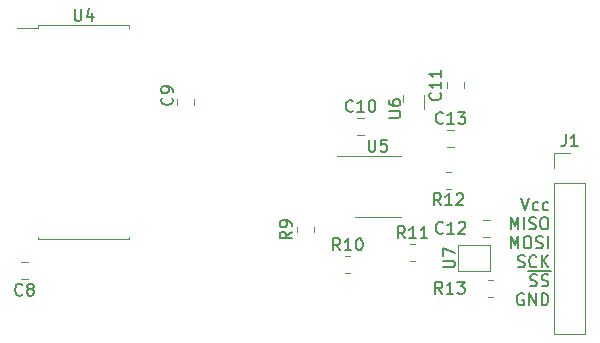
<source format=gbr>
%TF.GenerationSoftware,KiCad,Pcbnew,(6.0.1)*%
%TF.CreationDate,2022-03-15T19:27:33-04:00*%
%TF.ProjectId,Main-Board,4d61696e-2d42-46f6-9172-642e6b696361,rev?*%
%TF.SameCoordinates,Original*%
%TF.FileFunction,Legend,Top*%
%TF.FilePolarity,Positive*%
%FSLAX46Y46*%
G04 Gerber Fmt 4.6, Leading zero omitted, Abs format (unit mm)*
G04 Created by KiCad (PCBNEW (6.0.1)) date 2022-03-15 19:27:33*
%MOMM*%
%LPD*%
G01*
G04 APERTURE LIST*
%ADD10C,0.150000*%
%ADD11C,0.120000*%
%ADD12C,0.100000*%
G04 APERTURE END LIST*
D10*
X153382309Y-117347380D02*
X153715642Y-118347380D01*
X154048976Y-117347380D01*
X154810880Y-118299761D02*
X154715642Y-118347380D01*
X154525166Y-118347380D01*
X154429928Y-118299761D01*
X154382309Y-118252142D01*
X154334690Y-118156904D01*
X154334690Y-117871190D01*
X154382309Y-117775952D01*
X154429928Y-117728333D01*
X154525166Y-117680714D01*
X154715642Y-117680714D01*
X154810880Y-117728333D01*
X155668023Y-118299761D02*
X155572785Y-118347380D01*
X155382309Y-118347380D01*
X155287071Y-118299761D01*
X155239452Y-118252142D01*
X155191833Y-118156904D01*
X155191833Y-117871190D01*
X155239452Y-117775952D01*
X155287071Y-117728333D01*
X155382309Y-117680714D01*
X155572785Y-117680714D01*
X155668023Y-117728333D01*
X152477547Y-119957380D02*
X152477547Y-118957380D01*
X152810880Y-119671666D01*
X153144214Y-118957380D01*
X153144214Y-119957380D01*
X153620404Y-119957380D02*
X153620404Y-118957380D01*
X154048976Y-119909761D02*
X154191833Y-119957380D01*
X154429928Y-119957380D01*
X154525166Y-119909761D01*
X154572785Y-119862142D01*
X154620404Y-119766904D01*
X154620404Y-119671666D01*
X154572785Y-119576428D01*
X154525166Y-119528809D01*
X154429928Y-119481190D01*
X154239452Y-119433571D01*
X154144214Y-119385952D01*
X154096595Y-119338333D01*
X154048976Y-119243095D01*
X154048976Y-119147857D01*
X154096595Y-119052619D01*
X154144214Y-119005000D01*
X154239452Y-118957380D01*
X154477547Y-118957380D01*
X154620404Y-119005000D01*
X155239452Y-118957380D02*
X155429928Y-118957380D01*
X155525166Y-119005000D01*
X155620404Y-119100238D01*
X155668023Y-119290714D01*
X155668023Y-119624047D01*
X155620404Y-119814523D01*
X155525166Y-119909761D01*
X155429928Y-119957380D01*
X155239452Y-119957380D01*
X155144214Y-119909761D01*
X155048976Y-119814523D01*
X155001357Y-119624047D01*
X155001357Y-119290714D01*
X155048976Y-119100238D01*
X155144214Y-119005000D01*
X155239452Y-118957380D01*
X152477547Y-121567380D02*
X152477547Y-120567380D01*
X152810880Y-121281666D01*
X153144214Y-120567380D01*
X153144214Y-121567380D01*
X153810880Y-120567380D02*
X154001357Y-120567380D01*
X154096595Y-120615000D01*
X154191833Y-120710238D01*
X154239452Y-120900714D01*
X154239452Y-121234047D01*
X154191833Y-121424523D01*
X154096595Y-121519761D01*
X154001357Y-121567380D01*
X153810880Y-121567380D01*
X153715642Y-121519761D01*
X153620404Y-121424523D01*
X153572785Y-121234047D01*
X153572785Y-120900714D01*
X153620404Y-120710238D01*
X153715642Y-120615000D01*
X153810880Y-120567380D01*
X154620404Y-121519761D02*
X154763261Y-121567380D01*
X155001357Y-121567380D01*
X155096595Y-121519761D01*
X155144214Y-121472142D01*
X155191833Y-121376904D01*
X155191833Y-121281666D01*
X155144214Y-121186428D01*
X155096595Y-121138809D01*
X155001357Y-121091190D01*
X154810880Y-121043571D01*
X154715642Y-120995952D01*
X154668023Y-120948333D01*
X154620404Y-120853095D01*
X154620404Y-120757857D01*
X154668023Y-120662619D01*
X154715642Y-120615000D01*
X154810880Y-120567380D01*
X155048976Y-120567380D01*
X155191833Y-120615000D01*
X155620404Y-121567380D02*
X155620404Y-120567380D01*
X153096595Y-123129761D02*
X153239452Y-123177380D01*
X153477547Y-123177380D01*
X153572785Y-123129761D01*
X153620404Y-123082142D01*
X153668023Y-122986904D01*
X153668023Y-122891666D01*
X153620404Y-122796428D01*
X153572785Y-122748809D01*
X153477547Y-122701190D01*
X153287071Y-122653571D01*
X153191833Y-122605952D01*
X153144214Y-122558333D01*
X153096595Y-122463095D01*
X153096595Y-122367857D01*
X153144214Y-122272619D01*
X153191833Y-122225000D01*
X153287071Y-122177380D01*
X153525166Y-122177380D01*
X153668023Y-122225000D01*
X154668023Y-123082142D02*
X154620404Y-123129761D01*
X154477547Y-123177380D01*
X154382309Y-123177380D01*
X154239452Y-123129761D01*
X154144214Y-123034523D01*
X154096595Y-122939285D01*
X154048976Y-122748809D01*
X154048976Y-122605952D01*
X154096595Y-122415476D01*
X154144214Y-122320238D01*
X154239452Y-122225000D01*
X154382309Y-122177380D01*
X154477547Y-122177380D01*
X154620404Y-122225000D01*
X154668023Y-122272619D01*
X155096595Y-123177380D02*
X155096595Y-122177380D01*
X155668023Y-123177380D02*
X155239452Y-122605952D01*
X155668023Y-122177380D02*
X155096595Y-122748809D01*
X153953738Y-123505000D02*
X154906119Y-123505000D01*
X154144214Y-124739761D02*
X154287071Y-124787380D01*
X154525166Y-124787380D01*
X154620404Y-124739761D01*
X154668023Y-124692142D01*
X154715642Y-124596904D01*
X154715642Y-124501666D01*
X154668023Y-124406428D01*
X154620404Y-124358809D01*
X154525166Y-124311190D01*
X154334690Y-124263571D01*
X154239452Y-124215952D01*
X154191833Y-124168333D01*
X154144214Y-124073095D01*
X154144214Y-123977857D01*
X154191833Y-123882619D01*
X154239452Y-123835000D01*
X154334690Y-123787380D01*
X154572785Y-123787380D01*
X154715642Y-123835000D01*
X154906119Y-123505000D02*
X155858500Y-123505000D01*
X155096595Y-124739761D02*
X155239452Y-124787380D01*
X155477547Y-124787380D01*
X155572785Y-124739761D01*
X155620404Y-124692142D01*
X155668023Y-124596904D01*
X155668023Y-124501666D01*
X155620404Y-124406428D01*
X155572785Y-124358809D01*
X155477547Y-124311190D01*
X155287071Y-124263571D01*
X155191833Y-124215952D01*
X155144214Y-124168333D01*
X155096595Y-124073095D01*
X155096595Y-123977857D01*
X155144214Y-123882619D01*
X155191833Y-123835000D01*
X155287071Y-123787380D01*
X155525166Y-123787380D01*
X155668023Y-123835000D01*
X153572785Y-125445000D02*
X153477547Y-125397380D01*
X153334690Y-125397380D01*
X153191833Y-125445000D01*
X153096595Y-125540238D01*
X153048976Y-125635476D01*
X153001357Y-125825952D01*
X153001357Y-125968809D01*
X153048976Y-126159285D01*
X153096595Y-126254523D01*
X153191833Y-126349761D01*
X153334690Y-126397380D01*
X153429928Y-126397380D01*
X153572785Y-126349761D01*
X153620404Y-126302142D01*
X153620404Y-125968809D01*
X153429928Y-125968809D01*
X154048976Y-126397380D02*
X154048976Y-125397380D01*
X154620404Y-126397380D01*
X154620404Y-125397380D01*
X155096595Y-126397380D02*
X155096595Y-125397380D01*
X155334690Y-125397380D01*
X155477547Y-125445000D01*
X155572785Y-125540238D01*
X155620404Y-125635476D01*
X155668023Y-125825952D01*
X155668023Y-125968809D01*
X155620404Y-126159285D01*
X155572785Y-126254523D01*
X155477547Y-126349761D01*
X155334690Y-126397380D01*
X155096595Y-126397380D01*
%TO.C,R12*%
X146573642Y-117926380D02*
X146240309Y-117450190D01*
X146002214Y-117926380D02*
X146002214Y-116926380D01*
X146383166Y-116926380D01*
X146478404Y-116974000D01*
X146526023Y-117021619D01*
X146573642Y-117116857D01*
X146573642Y-117259714D01*
X146526023Y-117354952D01*
X146478404Y-117402571D01*
X146383166Y-117450190D01*
X146002214Y-117450190D01*
X147526023Y-117926380D02*
X146954595Y-117926380D01*
X147240309Y-117926380D02*
X147240309Y-116926380D01*
X147145071Y-117069238D01*
X147049833Y-117164476D01*
X146954595Y-117212095D01*
X147906976Y-117021619D02*
X147954595Y-116974000D01*
X148049833Y-116926380D01*
X148287928Y-116926380D01*
X148383166Y-116974000D01*
X148430785Y-117021619D01*
X148478404Y-117116857D01*
X148478404Y-117212095D01*
X148430785Y-117354952D01*
X147859357Y-117926380D01*
X148478404Y-117926380D01*
%TO.C,U5*%
X140462095Y-112384380D02*
X140462095Y-113193904D01*
X140509714Y-113289142D01*
X140557333Y-113336761D01*
X140652571Y-113384380D01*
X140843047Y-113384380D01*
X140938285Y-113336761D01*
X140985904Y-113289142D01*
X141033523Y-113193904D01*
X141033523Y-112384380D01*
X141985904Y-112384380D02*
X141509714Y-112384380D01*
X141462095Y-112860571D01*
X141509714Y-112812952D01*
X141604952Y-112765333D01*
X141843047Y-112765333D01*
X141938285Y-112812952D01*
X141985904Y-112860571D01*
X142033523Y-112955809D01*
X142033523Y-113193904D01*
X141985904Y-113289142D01*
X141938285Y-113336761D01*
X141843047Y-113384380D01*
X141604952Y-113384380D01*
X141509714Y-113336761D01*
X141462095Y-113289142D01*
%TO.C,C8*%
X111151333Y-125481142D02*
X111103714Y-125528761D01*
X110960857Y-125576380D01*
X110865619Y-125576380D01*
X110722761Y-125528761D01*
X110627523Y-125433523D01*
X110579904Y-125338285D01*
X110532285Y-125147809D01*
X110532285Y-125004952D01*
X110579904Y-124814476D01*
X110627523Y-124719238D01*
X110722761Y-124624000D01*
X110865619Y-124576380D01*
X110960857Y-124576380D01*
X111103714Y-124624000D01*
X111151333Y-124671619D01*
X111722761Y-125004952D02*
X111627523Y-124957333D01*
X111579904Y-124909714D01*
X111532285Y-124814476D01*
X111532285Y-124766857D01*
X111579904Y-124671619D01*
X111627523Y-124624000D01*
X111722761Y-124576380D01*
X111913238Y-124576380D01*
X112008476Y-124624000D01*
X112056095Y-124671619D01*
X112103714Y-124766857D01*
X112103714Y-124814476D01*
X112056095Y-124909714D01*
X112008476Y-124957333D01*
X111913238Y-125004952D01*
X111722761Y-125004952D01*
X111627523Y-125052571D01*
X111579904Y-125100190D01*
X111532285Y-125195428D01*
X111532285Y-125385904D01*
X111579904Y-125481142D01*
X111627523Y-125528761D01*
X111722761Y-125576380D01*
X111913238Y-125576380D01*
X112008476Y-125528761D01*
X112056095Y-125481142D01*
X112103714Y-125385904D01*
X112103714Y-125195428D01*
X112056095Y-125100190D01*
X112008476Y-125052571D01*
X111913238Y-125004952D01*
%TO.C,R11*%
X143525642Y-120722380D02*
X143192309Y-120246190D01*
X142954214Y-120722380D02*
X142954214Y-119722380D01*
X143335166Y-119722380D01*
X143430404Y-119770000D01*
X143478023Y-119817619D01*
X143525642Y-119912857D01*
X143525642Y-120055714D01*
X143478023Y-120150952D01*
X143430404Y-120198571D01*
X143335166Y-120246190D01*
X142954214Y-120246190D01*
X144478023Y-120722380D02*
X143906595Y-120722380D01*
X144192309Y-120722380D02*
X144192309Y-119722380D01*
X144097071Y-119865238D01*
X144001833Y-119960476D01*
X143906595Y-120008095D01*
X145430404Y-120722380D02*
X144858976Y-120722380D01*
X145144690Y-120722380D02*
X145144690Y-119722380D01*
X145049452Y-119865238D01*
X144954214Y-119960476D01*
X144858976Y-120008095D01*
%TO.C,C13*%
X146743142Y-110945142D02*
X146695523Y-110992761D01*
X146552666Y-111040380D01*
X146457428Y-111040380D01*
X146314571Y-110992761D01*
X146219333Y-110897523D01*
X146171714Y-110802285D01*
X146124095Y-110611809D01*
X146124095Y-110468952D01*
X146171714Y-110278476D01*
X146219333Y-110183238D01*
X146314571Y-110088000D01*
X146457428Y-110040380D01*
X146552666Y-110040380D01*
X146695523Y-110088000D01*
X146743142Y-110135619D01*
X147695523Y-111040380D02*
X147124095Y-111040380D01*
X147409809Y-111040380D02*
X147409809Y-110040380D01*
X147314571Y-110183238D01*
X147219333Y-110278476D01*
X147124095Y-110326095D01*
X148028857Y-110040380D02*
X148647904Y-110040380D01*
X148314571Y-110421333D01*
X148457428Y-110421333D01*
X148552666Y-110468952D01*
X148600285Y-110516571D01*
X148647904Y-110611809D01*
X148647904Y-110849904D01*
X148600285Y-110945142D01*
X148552666Y-110992761D01*
X148457428Y-111040380D01*
X148171714Y-111040380D01*
X148076476Y-110992761D01*
X148028857Y-110945142D01*
%TO.C,J1*%
X157146666Y-111930380D02*
X157146666Y-112644666D01*
X157099047Y-112787523D01*
X157003809Y-112882761D01*
X156860952Y-112930380D01*
X156765714Y-112930380D01*
X158146666Y-112930380D02*
X157575238Y-112930380D01*
X157860952Y-112930380D02*
X157860952Y-111930380D01*
X157765714Y-112073238D01*
X157670476Y-112168476D01*
X157575238Y-112216095D01*
%TO.C,C9*%
X123801142Y-108812666D02*
X123848761Y-108860285D01*
X123896380Y-109003142D01*
X123896380Y-109098380D01*
X123848761Y-109241238D01*
X123753523Y-109336476D01*
X123658285Y-109384095D01*
X123467809Y-109431714D01*
X123324952Y-109431714D01*
X123134476Y-109384095D01*
X123039238Y-109336476D01*
X122944000Y-109241238D01*
X122896380Y-109098380D01*
X122896380Y-109003142D01*
X122944000Y-108860285D01*
X122991619Y-108812666D01*
X123896380Y-108336476D02*
X123896380Y-108146000D01*
X123848761Y-108050761D01*
X123801142Y-108003142D01*
X123658285Y-107907904D01*
X123467809Y-107860285D01*
X123086857Y-107860285D01*
X122991619Y-107907904D01*
X122944000Y-107955523D01*
X122896380Y-108050761D01*
X122896380Y-108241238D01*
X122944000Y-108336476D01*
X122991619Y-108384095D01*
X123086857Y-108431714D01*
X123324952Y-108431714D01*
X123420190Y-108384095D01*
X123467809Y-108336476D01*
X123515428Y-108241238D01*
X123515428Y-108050761D01*
X123467809Y-107955523D01*
X123420190Y-107907904D01*
X123324952Y-107860285D01*
%TO.C,U4*%
X115570095Y-101312380D02*
X115570095Y-102121904D01*
X115617714Y-102217142D01*
X115665333Y-102264761D01*
X115760571Y-102312380D01*
X115951047Y-102312380D01*
X116046285Y-102264761D01*
X116093904Y-102217142D01*
X116141523Y-102121904D01*
X116141523Y-101312380D01*
X117046285Y-101645714D02*
X117046285Y-102312380D01*
X116808190Y-101264761D02*
X116570095Y-101979047D01*
X117189142Y-101979047D01*
%TO.C,C10*%
X139123142Y-109929142D02*
X139075523Y-109976761D01*
X138932666Y-110024380D01*
X138837428Y-110024380D01*
X138694571Y-109976761D01*
X138599333Y-109881523D01*
X138551714Y-109786285D01*
X138504095Y-109595809D01*
X138504095Y-109452952D01*
X138551714Y-109262476D01*
X138599333Y-109167238D01*
X138694571Y-109072000D01*
X138837428Y-109024380D01*
X138932666Y-109024380D01*
X139075523Y-109072000D01*
X139123142Y-109119619D01*
X140075523Y-110024380D02*
X139504095Y-110024380D01*
X139789809Y-110024380D02*
X139789809Y-109024380D01*
X139694571Y-109167238D01*
X139599333Y-109262476D01*
X139504095Y-109310095D01*
X140694571Y-109024380D02*
X140789809Y-109024380D01*
X140885047Y-109072000D01*
X140932666Y-109119619D01*
X140980285Y-109214857D01*
X141027904Y-109405333D01*
X141027904Y-109643428D01*
X140980285Y-109833904D01*
X140932666Y-109929142D01*
X140885047Y-109976761D01*
X140789809Y-110024380D01*
X140694571Y-110024380D01*
X140599333Y-109976761D01*
X140551714Y-109929142D01*
X140504095Y-109833904D01*
X140456476Y-109643428D01*
X140456476Y-109405333D01*
X140504095Y-109214857D01*
X140551714Y-109119619D01*
X140599333Y-109072000D01*
X140694571Y-109024380D01*
%TO.C,R9*%
X133930380Y-120158166D02*
X133454190Y-120491500D01*
X133930380Y-120729595D02*
X132930380Y-120729595D01*
X132930380Y-120348642D01*
X132978000Y-120253404D01*
X133025619Y-120205785D01*
X133120857Y-120158166D01*
X133263714Y-120158166D01*
X133358952Y-120205785D01*
X133406571Y-120253404D01*
X133454190Y-120348642D01*
X133454190Y-120729595D01*
X133930380Y-119681976D02*
X133930380Y-119491500D01*
X133882761Y-119396261D01*
X133835142Y-119348642D01*
X133692285Y-119253404D01*
X133501809Y-119205785D01*
X133120857Y-119205785D01*
X133025619Y-119253404D01*
X132978000Y-119301023D01*
X132930380Y-119396261D01*
X132930380Y-119586738D01*
X132978000Y-119681976D01*
X133025619Y-119729595D01*
X133120857Y-119777214D01*
X133358952Y-119777214D01*
X133454190Y-119729595D01*
X133501809Y-119681976D01*
X133549428Y-119586738D01*
X133549428Y-119396261D01*
X133501809Y-119301023D01*
X133454190Y-119253404D01*
X133358952Y-119205785D01*
%TO.C,C12*%
X146743142Y-120245142D02*
X146695523Y-120292761D01*
X146552666Y-120340380D01*
X146457428Y-120340380D01*
X146314571Y-120292761D01*
X146219333Y-120197523D01*
X146171714Y-120102285D01*
X146124095Y-119911809D01*
X146124095Y-119768952D01*
X146171714Y-119578476D01*
X146219333Y-119483238D01*
X146314571Y-119388000D01*
X146457428Y-119340380D01*
X146552666Y-119340380D01*
X146695523Y-119388000D01*
X146743142Y-119435619D01*
X147695523Y-120340380D02*
X147124095Y-120340380D01*
X147409809Y-120340380D02*
X147409809Y-119340380D01*
X147314571Y-119483238D01*
X147219333Y-119578476D01*
X147124095Y-119626095D01*
X148076476Y-119435619D02*
X148124095Y-119388000D01*
X148219333Y-119340380D01*
X148457428Y-119340380D01*
X148552666Y-119388000D01*
X148600285Y-119435619D01*
X148647904Y-119530857D01*
X148647904Y-119626095D01*
X148600285Y-119768952D01*
X148028857Y-120340380D01*
X148647904Y-120340380D01*
%TO.C,R13*%
X146677142Y-125420380D02*
X146343809Y-124944190D01*
X146105714Y-125420380D02*
X146105714Y-124420380D01*
X146486666Y-124420380D01*
X146581904Y-124468000D01*
X146629523Y-124515619D01*
X146677142Y-124610857D01*
X146677142Y-124753714D01*
X146629523Y-124848952D01*
X146581904Y-124896571D01*
X146486666Y-124944190D01*
X146105714Y-124944190D01*
X147629523Y-125420380D02*
X147058095Y-125420380D01*
X147343809Y-125420380D02*
X147343809Y-124420380D01*
X147248571Y-124563238D01*
X147153333Y-124658476D01*
X147058095Y-124706095D01*
X147962857Y-124420380D02*
X148581904Y-124420380D01*
X148248571Y-124801333D01*
X148391428Y-124801333D01*
X148486666Y-124848952D01*
X148534285Y-124896571D01*
X148581904Y-124991809D01*
X148581904Y-125229904D01*
X148534285Y-125325142D01*
X148486666Y-125372761D01*
X148391428Y-125420380D01*
X148105714Y-125420380D01*
X148010476Y-125372761D01*
X147962857Y-125325142D01*
%TO.C,R10*%
X138041142Y-121738380D02*
X137707809Y-121262190D01*
X137469714Y-121738380D02*
X137469714Y-120738380D01*
X137850666Y-120738380D01*
X137945904Y-120786000D01*
X137993523Y-120833619D01*
X138041142Y-120928857D01*
X138041142Y-121071714D01*
X137993523Y-121166952D01*
X137945904Y-121214571D01*
X137850666Y-121262190D01*
X137469714Y-121262190D01*
X138993523Y-121738380D02*
X138422095Y-121738380D01*
X138707809Y-121738380D02*
X138707809Y-120738380D01*
X138612571Y-120881238D01*
X138517333Y-120976476D01*
X138422095Y-121024095D01*
X139612571Y-120738380D02*
X139707809Y-120738380D01*
X139803047Y-120786000D01*
X139850666Y-120833619D01*
X139898285Y-120928857D01*
X139945904Y-121119333D01*
X139945904Y-121357428D01*
X139898285Y-121547904D01*
X139850666Y-121643142D01*
X139803047Y-121690761D01*
X139707809Y-121738380D01*
X139612571Y-121738380D01*
X139517333Y-121690761D01*
X139469714Y-121643142D01*
X139422095Y-121547904D01*
X139374476Y-121357428D01*
X139374476Y-121119333D01*
X139422095Y-120928857D01*
X139469714Y-120833619D01*
X139517333Y-120786000D01*
X139612571Y-120738380D01*
%TO.C,U7*%
X146772380Y-123189904D02*
X147581904Y-123189904D01*
X147677142Y-123142285D01*
X147724761Y-123094666D01*
X147772380Y-122999428D01*
X147772380Y-122808952D01*
X147724761Y-122713714D01*
X147677142Y-122666095D01*
X147581904Y-122618476D01*
X146772380Y-122618476D01*
X146772380Y-122237523D02*
X146772380Y-121570857D01*
X147772380Y-121999428D01*
%TO.C,U6*%
X142147058Y-110509723D02*
X142956582Y-110509723D01*
X143051820Y-110462104D01*
X143099439Y-110414485D01*
X143147058Y-110319247D01*
X143147058Y-110128771D01*
X143099439Y-110033533D01*
X143051820Y-109985914D01*
X142956582Y-109938295D01*
X142147058Y-109938295D01*
X142147058Y-109033533D02*
X142147058Y-109224009D01*
X142194678Y-109319247D01*
X142242297Y-109366866D01*
X142385154Y-109462104D01*
X142575630Y-109509723D01*
X142956582Y-109509723D01*
X143051820Y-109462104D01*
X143099439Y-109414485D01*
X143147058Y-109319247D01*
X143147058Y-109128771D01*
X143099439Y-109033533D01*
X143051820Y-108985914D01*
X142956582Y-108938295D01*
X142718487Y-108938295D01*
X142623249Y-108985914D01*
X142575630Y-109033533D01*
X142528011Y-109128771D01*
X142528011Y-109319247D01*
X142575630Y-109414485D01*
X142623249Y-109462104D01*
X142718487Y-109509723D01*
%TO.C,C11*%
X146505142Y-108404857D02*
X146552761Y-108452476D01*
X146600380Y-108595333D01*
X146600380Y-108690571D01*
X146552761Y-108833428D01*
X146457523Y-108928666D01*
X146362285Y-108976285D01*
X146171809Y-109023904D01*
X146028952Y-109023904D01*
X145838476Y-108976285D01*
X145743238Y-108928666D01*
X145648000Y-108833428D01*
X145600380Y-108690571D01*
X145600380Y-108595333D01*
X145648000Y-108452476D01*
X145695619Y-108404857D01*
X146600380Y-107452476D02*
X146600380Y-108023904D01*
X146600380Y-107738190D02*
X145600380Y-107738190D01*
X145743238Y-107833428D01*
X145838476Y-107928666D01*
X145886095Y-108023904D01*
X146600380Y-106500095D02*
X146600380Y-107071523D01*
X146600380Y-106785809D02*
X145600380Y-106785809D01*
X145743238Y-106881047D01*
X145838476Y-106976285D01*
X145886095Y-107071523D01*
D11*
%TO.C,R12*%
X147443564Y-116559000D02*
X146989436Y-116559000D01*
X147443564Y-115089000D02*
X146989436Y-115089000D01*
%TO.C,U5*%
X141224000Y-118892000D02*
X139274000Y-118892000D01*
X141224000Y-113772000D02*
X137774000Y-113772000D01*
X141224000Y-113772000D02*
X143174000Y-113772000D01*
X141224000Y-118892000D02*
X143174000Y-118892000D01*
%TO.C,C8*%
X111579252Y-122709000D02*
X111056748Y-122709000D01*
X111579252Y-124179000D02*
X111056748Y-124179000D01*
%TO.C,R11*%
X143941436Y-121185000D02*
X144395564Y-121185000D01*
X143941436Y-122655000D02*
X144395564Y-122655000D01*
%TO.C,C13*%
X147124748Y-111533000D02*
X147647252Y-111533000D01*
X147124748Y-113003000D02*
X147647252Y-113003000D01*
%TO.C,J1*%
X156150000Y-116078000D02*
X156150000Y-128838000D01*
X156150000Y-116078000D02*
X158810000Y-116078000D01*
X158810000Y-116078000D02*
X158810000Y-128838000D01*
X156150000Y-113478000D02*
X157480000Y-113478000D01*
X156150000Y-128838000D02*
X158810000Y-128838000D01*
X156150000Y-114808000D02*
X156150000Y-113478000D01*
%TO.C,C9*%
X125703000Y-108958748D02*
X125703000Y-109481252D01*
X124233000Y-108958748D02*
X124233000Y-109481252D01*
%TO.C,U4*%
X120192000Y-102700000D02*
X120192000Y-102945000D01*
X116332000Y-102700000D02*
X112472000Y-102700000D01*
X112472000Y-102700000D02*
X112472000Y-102945000D01*
X120192000Y-120820000D02*
X120192000Y-120575000D01*
X116332000Y-120820000D02*
X120192000Y-120820000D01*
X116332000Y-102700000D02*
X120192000Y-102700000D01*
X112472000Y-102945000D02*
X110657000Y-102945000D01*
X116332000Y-120820000D02*
X112472000Y-120820000D01*
X112472000Y-120820000D02*
X112472000Y-120575000D01*
%TO.C,C10*%
X139504748Y-111987000D02*
X140027252Y-111987000D01*
X139504748Y-110517000D02*
X140027252Y-110517000D01*
%TO.C,R9*%
X134393000Y-120218564D02*
X134393000Y-119764436D01*
X135863000Y-120218564D02*
X135863000Y-119764436D01*
%TO.C,C12*%
X150172748Y-120623000D02*
X150695252Y-120623000D01*
X150172748Y-119153000D02*
X150695252Y-119153000D01*
%TO.C,R13*%
X150999564Y-125703000D02*
X150545436Y-125703000D01*
X150999564Y-124233000D02*
X150545436Y-124233000D01*
%TO.C,R10*%
X138456936Y-122201000D02*
X138911064Y-122201000D01*
X138456936Y-123671000D02*
X138911064Y-123671000D01*
D12*
%TO.C,U7*%
X150702000Y-121328000D02*
X148002000Y-121328000D01*
X148002000Y-121328000D02*
X148002000Y-123528000D01*
X148002000Y-123528000D02*
X150702000Y-123528000D01*
X150702000Y-123528000D02*
X150702000Y-121328000D01*
D11*
%TO.C,U6*%
X143388209Y-109213128D02*
X143388209Y-108613128D01*
X145143516Y-109813863D02*
X145143516Y-108613863D01*
%TO.C,C11*%
X147093000Y-108023252D02*
X147093000Y-107500748D01*
X148563000Y-108023252D02*
X148563000Y-107500748D01*
%TD*%
M02*

</source>
